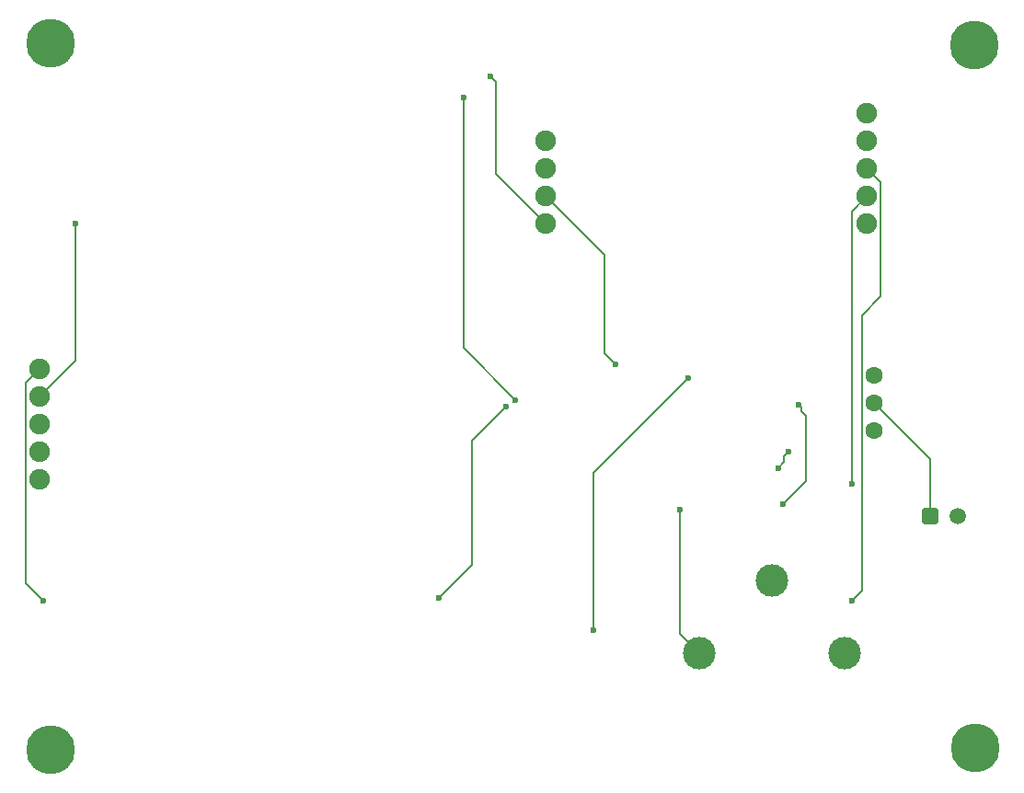
<source format=gbr>
%TF.GenerationSoftware,KiCad,Pcbnew,9.0.7-1.fc42*%
%TF.CreationDate,2026-02-03T17:10:45+01:00*%
%TF.ProjectId,air_sensor,6169725f-7365-46e7-936f-722e6b696361,rev?*%
%TF.SameCoordinates,Original*%
%TF.FileFunction,Copper,L2,Bot*%
%TF.FilePolarity,Positive*%
%FSLAX46Y46*%
G04 Gerber Fmt 4.6, Leading zero omitted, Abs format (unit mm)*
G04 Created by KiCad (PCBNEW 9.0.7-1.fc42) date 2026-02-03 17:10:45*
%MOMM*%
%LPD*%
G01*
G04 APERTURE LIST*
G04 Aperture macros list*
%AMRoundRect*
0 Rectangle with rounded corners*
0 $1 Rounding radius*
0 $2 $3 $4 $5 $6 $7 $8 $9 X,Y pos of 4 corners*
0 Add a 4 corners polygon primitive as box body*
4,1,4,$2,$3,$4,$5,$6,$7,$8,$9,$2,$3,0*
0 Add four circle primitives for the rounded corners*
1,1,$1+$1,$2,$3*
1,1,$1+$1,$4,$5*
1,1,$1+$1,$6,$7*
1,1,$1+$1,$8,$9*
0 Add four rect primitives between the rounded corners*
20,1,$1+$1,$2,$3,$4,$5,0*
20,1,$1+$1,$4,$5,$6,$7,0*
20,1,$1+$1,$6,$7,$8,$9,0*
20,1,$1+$1,$8,$9,$2,$3,0*%
G04 Aperture macros list end*
%TA.AperFunction,ComponentPad*%
%ADD10C,3.000000*%
%TD*%
%TA.AperFunction,ComponentPad*%
%ADD11C,4.500000*%
%TD*%
%TA.AperFunction,ComponentPad*%
%ADD12RoundRect,0.250000X-0.500000X-0.500000X0.500000X-0.500000X0.500000X0.500000X-0.500000X0.500000X0*%
%TD*%
%TA.AperFunction,ComponentPad*%
%ADD13C,1.500000*%
%TD*%
%TA.AperFunction,ComponentPad*%
%ADD14C,1.905000*%
%TD*%
%TA.AperFunction,ComponentPad*%
%ADD15C,1.600000*%
%TD*%
%TA.AperFunction,ViaPad*%
%ADD16C,0.600000*%
%TD*%
%TA.AperFunction,Conductor*%
%ADD17C,0.200000*%
%TD*%
G04 APERTURE END LIST*
D10*
%TO.P,O1,1,Vsensor+*%
%TO.N,Net-(O1-Vsensor+)*%
X163400000Y-112400000D03*
%TO.P,O1,2,Vsensor-*%
%TO.N,GND*%
X156700000Y-119100000D03*
%TO.P,O1,3*%
%TO.N,unconnected-(O1-Pad3)*%
X170100000Y-119100000D03*
%TD*%
D11*
%TO.P,REF\u002A\u002A,*%
%TO.N,*%
X97000000Y-63000000D03*
%TD*%
%TO.P,REF\u002A\u002A,*%
%TO.N,*%
X182000000Y-63150000D03*
%TD*%
D12*
%TO.P,D1,1,K*%
%TO.N,GND*%
X177960000Y-106500000D03*
D13*
%TO.P,D1,2,A*%
%TO.N,Net-(D1-A)*%
X180500000Y-106500000D03*
%TD*%
D11*
%TO.P,REF\u002A\u002A,*%
%TO.N,*%
X97000000Y-128000000D03*
%TD*%
%TO.P,REF\u002A\u002A,*%
%TO.N,*%
X182100000Y-127800000D03*
%TD*%
D14*
%TO.P,S5,1,HD*%
%TO.N,unconnected-(S5-HD-Pad1)*%
X172140000Y-69420000D03*
%TO.P,S5,2,NC*%
%TO.N,unconnected-(S5-NC-Pad2)*%
X172140000Y-71960000D03*
%TO.P,S5,3,TX*%
%TO.N,CO2_TX*%
X172140000Y-74500000D03*
%TO.P,S5,4,RX*%
%TO.N,C02_RX*%
X172140000Y-77040000D03*
%TO.P,S5,5,NC*%
%TO.N,unconnected-(S5-NC-Pad5)*%
X172140000Y-79580000D03*
%TO.P,S5,6,PWM*%
%TO.N,unconnected-(S5-PWM-Pad6)*%
X142600000Y-71960000D03*
%TO.P,S5,7,NC*%
%TO.N,unconnected-(S5-NC-Pad7)*%
X142600000Y-74500000D03*
%TO.P,S5,8,GND*%
%TO.N,GND*%
X142600000Y-77040000D03*
%TO.P,S5,9,VIN*%
%TO.N,5V*%
X142600000Y-79580000D03*
%TD*%
D15*
%TO.P,J1,1,VCC*%
%TO.N,3V3*%
X172837500Y-98640000D03*
%TO.P,J1,2,GND*%
%TO.N,GND*%
X172837500Y-96100000D03*
%TO.P,J1,3,UPDI*%
%TO.N,UPDI*%
X172837500Y-93560000D03*
%TD*%
D14*
%TO.P,G2,1,3V3*%
%TO.N,3V3*%
X96000000Y-92960000D03*
%TO.P,G2,2,5V*%
%TO.N,5V*%
X96000000Y-95500000D03*
%TO.P,G2,3,GND*%
%TO.N,GND*%
X96000000Y-98000000D03*
%TO.P,G2,4,SDA*%
%TO.N,SDA*%
X96000000Y-100540000D03*
%TO.P,G2,5,SCL*%
%TO.N,SCL*%
X96000000Y-103080000D03*
%TD*%
D16*
%TO.N,3V3*%
X96362500Y-114299400D03*
%TO.N,GND*%
X149000000Y-92500000D03*
X154971800Y-105882700D03*
%TO.N,02_A*%
X147000000Y-117000000D03*
X155668600Y-93829000D03*
%TO.N,5V*%
X99337500Y-79590600D03*
X137500000Y-66000000D03*
%TO.N,SCL*%
X164953200Y-100596900D03*
X164000000Y-102069800D03*
%TO.N,NH3_VAL*%
X135037500Y-68021000D03*
X139801200Y-95805000D03*
%TO.N,CO2_TX*%
X170737500Y-114299400D03*
%TO.N,C02_RX*%
X170737500Y-103500000D03*
%TO.N,AT_GAS_RX*%
X138935000Y-96435000D03*
X132775300Y-114000000D03*
%TO.N,AT_GAS_TX*%
X164393800Y-105431000D03*
X165897200Y-96234400D03*
%TD*%
D17*
%TO.N,3V3*%
X94715800Y-94244200D02*
X94715800Y-112652700D01*
X96000000Y-92960000D02*
X94715800Y-94244200D01*
X94715800Y-112652700D02*
X96362500Y-114299400D01*
%TO.N,GND*%
X149000000Y-92500000D02*
X147976400Y-91476400D01*
X177960000Y-101222500D02*
X177960000Y-106500000D01*
X154971800Y-117371800D02*
X154971800Y-105882700D01*
X147976400Y-91476400D02*
X147976400Y-82416400D01*
X172837500Y-96100000D02*
X177960000Y-101222500D01*
X156700000Y-119100000D02*
X154971800Y-117371800D01*
X147976400Y-82416400D02*
X142600000Y-77040000D01*
%TO.N,02_A*%
X147000000Y-117000000D02*
X147000000Y-102497600D01*
X147000000Y-102497600D02*
X155668600Y-93829000D01*
%TO.N,5V*%
X138012500Y-66512500D02*
X138012500Y-74992500D01*
X99337500Y-92162500D02*
X96000000Y-95500000D01*
X138012500Y-74992500D02*
X142600000Y-79580000D01*
X99337500Y-79590600D02*
X99337500Y-92162500D01*
X137500000Y-66000000D02*
X138012500Y-66512500D01*
%TO.N,SCL*%
X164543900Y-101525900D02*
X164543900Y-101006200D01*
X164543900Y-101006200D02*
X164953200Y-100596900D01*
X164000000Y-102069800D02*
X164543900Y-101525900D01*
%TO.N,NH3_VAL*%
X139801200Y-95805000D02*
X135037500Y-91041300D01*
X135037500Y-91041300D02*
X135037500Y-68021000D01*
%TO.N,CO2_TX*%
X173427300Y-86303400D02*
X173427300Y-75787300D01*
X173427300Y-75787300D02*
X172140000Y-74500000D01*
X170737500Y-114299400D02*
X171662300Y-113374600D01*
X171662300Y-88068400D02*
X173427300Y-86303400D01*
X171662300Y-113374600D02*
X171662300Y-88068400D01*
%TO.N,C02_RX*%
X170737500Y-78442500D02*
X172140000Y-77040000D01*
X170737500Y-103500000D02*
X170737500Y-78442500D01*
%TO.N,AT_GAS_RX*%
X135768600Y-111006700D02*
X132775300Y-114000000D01*
X135768600Y-99601400D02*
X135768600Y-111006700D01*
X138935000Y-96435000D02*
X135768600Y-99601400D01*
%TO.N,AT_GAS_TX*%
X166132800Y-96470000D02*
X166132800Y-96867200D01*
X166500000Y-97234400D02*
X166500000Y-103324800D01*
X164393800Y-105431000D02*
X164217500Y-105254700D01*
X165897200Y-96234400D02*
X166132800Y-96470000D01*
X164217500Y-105254700D02*
X164393800Y-105431000D01*
X166500000Y-103324800D02*
X164393800Y-105431000D01*
X166132800Y-96867200D02*
X166500000Y-97234400D01*
%TD*%
M02*

</source>
